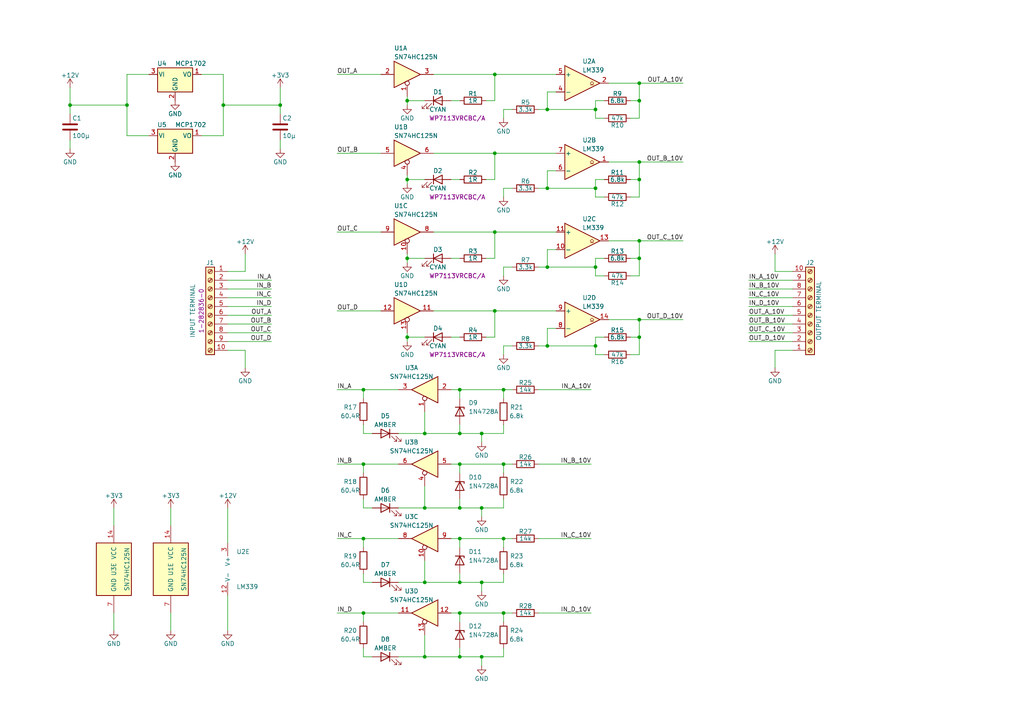
<source format=kicad_sch>
(kicad_sch (version 20211123) (generator eeschema)
  (paper "A4")
  (title_block (title "3.3V-10V Industrial Signaling Bidirectional Level Shifter") (date "June 26, 2022") (rev "A") (company "ecfedele") (comment 1 "PRELIMINARY"))
  (lib_symbols
    (symbol "74xx:74LS125" (pin_names (offset 1.016))
      (property "Reference" "U" (at 0 1.27 0))
      (property "Value" "74LS125" (at 0 -1.27 0))
      (symbol "74LS125_1_0"
        (polyline (pts (xy -3.81 3.81) (xy -3.81 -3.81) (xy 3.81 0) (xy -3.81 3.81)) (stroke (width 0.254)) (fill (type background)))
        (pin input inverted (at 0 -6.35 90) (length 4.445) (name "~") (number "1"))
        (pin input line (at -7.62 0 0) (length 3.81) (name "~") (number "2"))
        (pin tri_state line (at 7.62 0 180) (length 3.81) (name "~") (number "3"))
      )
      (symbol "74LS125_2_0"
        (polyline (pts (xy -3.81 3.81) (xy -3.81 -3.81) (xy 3.81 0) (xy -3.81 3.81)) (stroke (width 0.254)) (fill (type background)))
        (pin input inverted (at 0 -6.35 90) (length 4.445) (name "~") (number "4"))
        (pin input line (at -7.62 0 0) (length 3.81) (name "~") (number "5"))
        (pin tri_state line (at 7.62 0 180) (length 3.81) (name "~") (number "6"))
      )
      (symbol "74LS125_3_0"
        (polyline (pts (xy -3.81 3.81) (xy -3.81 -3.81) (xy 3.81 0) (xy -3.81 3.81)) (stroke (width 0.254)) (fill (type background)))
        (pin input inverted (at 0 -6.35 90) (length 4.445) (name "~") (number "10"))
        (pin tri_state line (at 7.62 0 180) (length 3.81) (name "~") (number "8"))
        (pin input line (at -7.62 0 0) (length 3.81) (name "~") (number "9"))
      )
      (symbol "74LS125_4_0"
        (polyline (pts (xy -3.81 3.81) (xy -3.81 -3.81) (xy 3.81 0) (xy -3.81 3.81)) (stroke (width 0.254)) (fill (type background)))
        (pin tri_state line (at 7.62 0 180) (length 3.81) (name "~") (number "11"))
        (pin input line (at -7.62 0 0) (length 3.81) (name "~") (number "12"))
        (pin input inverted (at 0 -6.35 90) (length 4.445) (name "~") (number "13"))
      )
      (symbol "74LS125_5_0"
        (pin power_in line (at 0 12.7 270) (length 5.08) (name "VCC") (number "14"))
        (pin power_in line (at 0 -12.7 90) (length 5.08) (name "GND") (number "7"))
      )
      (symbol "74LS125_5_1"
        (rectangle (start -5.08 7.62) (end 5.08 -7.62) (stroke (width 0.254)) (fill (type background)))
      )
    )
    (symbol "Comparator:LM339" (pin_names (offset 0.127))
      (property "Reference" "U" (at 0 5.08 0))
      (property "Value" "LM339" (at 0 -5.08 0))
      (symbol "LM339_1_1"
        (polyline (pts (xy -5.08 5.08) (xy 5.08 0) (xy -5.08 -5.08) (xy -5.08 5.08)) (stroke (width 0.254)) (fill (type background)))
        (polyline (pts (xy 3.302 -0.508) (xy 2.794 -0.508) (xy 3.302 0) (xy 2.794 0.508) (xy 2.286 0) (xy 2.794 -0.508) (xy 2.286 -0.508)) (stroke (width 0.127)))
        (pin open_collector line (at 7.62 0 180) (length 2.54) (name "~") (number "2"))
        (pin input line (at -7.62 -2.54 0) (length 2.54) (name "-") (number "4"))
        (pin input line (at -7.62 2.54 0) (length 2.54) (name "+") (number "5"))
      )
      (symbol "LM339_2_1"
        (polyline (pts (xy -5.08 5.08) (xy 5.08 0) (xy -5.08 -5.08) (xy -5.08 5.08)) (stroke (width 0.254)) (fill (type background)))
        (polyline (pts (xy 3.302 -0.508) (xy 2.794 -0.508) (xy 3.302 0) (xy 2.794 0.508) (xy 2.286 0) (xy 2.794 -0.508) (xy 2.286 -0.508)) (stroke (width 0.127)))
        (pin open_collector line (at 7.62 0 180) (length 2.54) (name "~") (number "1"))
        (pin input line (at -7.62 -2.54 0) (length 2.54) (name "-") (number "6"))
        (pin input line (at -7.62 2.54 0) (length 2.54) (name "+") (number "7"))
      )
      (symbol "LM339_3_1"
        (polyline (pts (xy -5.08 5.08) (xy 5.08 0) (xy -5.08 -5.08) (xy -5.08 5.08)) (stroke (width 0.254)) (fill (type background)))
        (polyline (pts (xy 3.302 -0.508) (xy 2.794 -0.508) (xy 3.302 0) (xy 2.794 0.508) (xy 2.286 0) (xy 2.794 -0.508) (xy 2.286 -0.508)) (stroke (width 0.127)))
        (pin input line (at -7.62 -2.54 0) (length 2.54) (name "-") (number "10"))
        (pin input line (at -7.62 2.54 0) (length 2.54) (name "+") (number "11"))
        (pin open_collector line (at 7.62 0 180) (length 2.54) (name "~") (number "13"))
      )
      (symbol "LM339_4_1"
        (polyline (pts (xy -5.08 5.08) (xy 5.08 0) (xy -5.08 -5.08) (xy -5.08 5.08)) (stroke (width 0.254)) (fill (type background)))
        (polyline (pts (xy 3.302 -0.508) (xy 2.794 -0.508) (xy 3.302 0) (xy 2.794 0.508) (xy 2.286 0) (xy 2.794 -0.508) (xy 2.286 -0.508)) (stroke (width 0.127)))
        (pin open_collector line (at 7.62 0 180) (length 2.54) (name "~") (number "14"))
        (pin input line (at -7.62 -2.54 0) (length 2.54) (name "-") (number "8"))
        (pin input line (at -7.62 2.54 0) (length 2.54) (name "+") (number "9"))
      )
      (symbol "LM339_5_1"
        (pin power_in line (at -2.54 -7.62 90) (length 3.81) (name "V-") (number "12"))
        (pin power_in line (at -2.54 7.62 270) (length 3.81) (name "V+") (number "3"))
      )
    )
    (symbol "Connector:Screw_Terminal_01x10" (pin_names (offset 1.016) hide)
      (property "Reference" "J" (at 0 12.7 0))
      (property "Value" "Screw_Terminal_01x10" (at 0 -15.24 0))
      (symbol "Screw_Terminal_01x10_1_1"
        (rectangle (start -1.27 11.43) (end 1.27 -13.97) (stroke (width 0.254)) (fill (type background)))
        (circle (center 0 -12.7) (radius 0.635) (stroke (width 0.1524)))
        (circle (center 0 -10.16) (radius 0.635) (stroke (width 0.1524)))
        (circle (center 0 -7.62) (radius 0.635) (stroke (width 0.1524)))
        (circle (center 0 -5.08) (radius 0.635) (stroke (width 0.1524)))
        (circle (center 0 -2.54) (radius 0.635) (stroke (width 0.1524)))
        (polyline (pts (xy -0.5334 -12.3698) (xy 0.3302 -13.208)) (stroke (width 0.1524)))
        (polyline (pts (xy -0.5334 -9.8298) (xy 0.3302 -10.668)) (stroke (width 0.1524)))
        (polyline (pts (xy -0.5334 -7.2898) (xy 0.3302 -8.128)) (stroke (width 0.1524)))
        (polyline (pts (xy -0.5334 -4.7498) (xy 0.3302 -5.588)) (stroke (width 0.1524)))
        (polyline (pts (xy -0.5334 -2.2098) (xy 0.3302 -3.048)) (stroke (width 0.1524)))
        (polyline (pts (xy -0.5334 0.3302) (xy 0.3302 -0.508)) (stroke (width 0.1524)))
        (polyline (pts (xy -0.5334 2.8702) (xy 0.3302 2.032)) (stroke (width 0.1524)))
        (polyline (pts (xy -0.5334 5.4102) (xy 0.3302 4.572)) (stroke (width 0.1524)))
        (polyline (pts (xy -0.5334 7.9502) (xy 0.3302 7.112)) (stroke (width 0.1524)))
        (polyline (pts (xy -0.5334 10.4902) (xy 0.3302 9.652)) (stroke (width 0.1524)))
        (polyline (pts (xy -0.3556 -12.192) (xy 0.508 -13.0302)) (stroke (width 0.1524)))
        (polyline (pts (xy -0.3556 -9.652) (xy 0.508 -10.4902)) (stroke (width 0.1524)))
        (polyline (pts (xy -0.3556 -7.112) (xy 0.508 -7.9502)) (stroke (width 0.1524)))
        (polyline (pts (xy -0.3556 -4.572) (xy 0.508 -5.4102)) (stroke (width 0.1524)))
        (polyline (pts (xy -0.3556 -2.032) (xy 0.508 -2.8702)) (stroke (width 0.1524)))
        (polyline (pts (xy -0.3556 0.508) (xy 0.508 -0.3302)) (stroke (width 0.1524)))
        (polyline (pts (xy -0.3556 3.048) (xy 0.508 2.2098)) (stroke (width 0.1524)))
        (polyline (pts (xy -0.3556 5.588) (xy 0.508 4.7498)) (stroke (width 0.1524)))
        (polyline (pts (xy -0.3556 8.128) (xy 0.508 7.2898)) (stroke (width 0.1524)))
        (polyline (pts (xy -0.3556 10.668) (xy 0.508 9.8298)) (stroke (width 0.1524)))
        (circle (center 0 0) (radius 0.635) (stroke (width 0.1524)))
        (circle (center 0 2.54) (radius 0.635) (stroke (width 0.1524)))
        (circle (center 0 5.08) (radius 0.635) (stroke (width 0.1524)))
        (circle (center 0 7.62) (radius 0.635) (stroke (width 0.1524)))
        (circle (center 0 10.16) (radius 0.635) (stroke (width 0.1524)))
        (pin passive line (at -5.08 10.16 0) (length 3.81) (name "Pin_1") (number "1"))
        (pin passive line (at -5.08 -12.7 0) (length 3.81) (name "Pin_10") (number "10"))
        (pin passive line (at -5.08 7.62 0) (length 3.81) (name "Pin_2") (number "2"))
        (pin passive line (at -5.08 5.08 0) (length 3.81) (name "Pin_3") (number "3"))
        (pin passive line (at -5.08 2.54 0) (length 3.81) (name "Pin_4") (number "4"))
        (pin passive line (at -5.08 0 0) (length 3.81) (name "Pin_5") (number "5"))
        (pin passive line (at -5.08 -2.54 0) (length 3.81) (name "Pin_6") (number "6"))
        (pin passive line (at -5.08 -5.08 0) (length 3.81) (name "Pin_7") (number "7"))
        (pin passive line (at -5.08 -7.62 0) (length 3.81) (name "Pin_8") (number "8"))
        (pin passive line (at -5.08 -10.16 0) (length 3.81) (name "Pin_9") (number "9"))
      )
    )
    (symbol "Device:C" (pin_numbers hide) (pin_names (offset 0.254))
      (property "Reference" "C" (at 0.635 2.54 0))
      (property "Value" "C" (at 0.635 -2.54 0))
      (symbol "C_0_1"
        (polyline (pts (xy -2.032 -0.762) (xy 2.032 -0.762)) (stroke (width 0.508)))
        (polyline (pts (xy -2.032 0.762) (xy 2.032 0.762)) (stroke (width 0.508)))
      )
      (symbol "C_1_1"
        (pin passive line (at 0 3.81 270) (length 2.794) (name "~") (number "1"))
        (pin passive line (at 0 -3.81 90) (length 2.794) (name "~") (number "2"))
      )
    )
    (symbol "Device:D_Zener" (pin_numbers hide) (pin_names (offset 1.016) hide)
      (property "Reference" "D" (at 0 2.54 0))
      (property "Value" "D_Zener" (at 0 -2.54 0))
      (symbol "D_Zener_0_1"
        (polyline (pts (xy 1.27 0) (xy -1.27 0)))
        (polyline (pts (xy -1.27 -1.27) (xy -1.27 1.27) (xy -0.762 1.27)) (stroke (width 0.254)))
        (polyline (pts (xy 1.27 -1.27) (xy 1.27 1.27) (xy -1.27 0) (xy 1.27 -1.27)) (stroke (width 0.254)))
      )
      (symbol "D_Zener_1_1"
        (pin passive line (at -3.81 0 0) (length 2.54) (name "K") (number "1"))
        (pin passive line (at 3.81 0 180) (length 2.54) (name "A") (number "2"))
      )
    )
    (symbol "Device:LED" (pin_numbers hide) (pin_names (offset 1.016) hide)
      (property "Reference" "D" (at 0 2.54 0))
      (property "Value" "LED" (at 0 -2.54 0))
      (symbol "LED_0_1"
        (polyline (pts (xy -1.27 -1.27) (xy -1.27 1.27)) (stroke (width 0.254)))
        (polyline (pts (xy -1.27 0) (xy 1.27 0)))
        (polyline (pts (xy 1.27 -1.27) (xy 1.27 1.27) (xy -1.27 0) (xy 1.27 -1.27)) (stroke (width 0.254)))
        (polyline (pts (xy -3.048 -0.762) (xy -4.572 -2.286) (xy -3.81 -2.286) (xy -4.572 -2.286) (xy -4.572 -1.524)))
        (polyline (pts (xy -1.778 -0.762) (xy -3.302 -2.286) (xy -2.54 -2.286) (xy -3.302 -2.286) (xy -3.302 -1.524)))
      )
      (symbol "LED_1_1"
        (pin passive line (at -3.81 0 0) (length 2.54) (name "K") (number "1"))
        (pin passive line (at 3.81 0 180) (length 2.54) (name "A") (number "2"))
      )
    )
    (symbol "Device:R" (pin_numbers hide) (pin_names (offset 0))
      (property "Reference" "R" (at 2.032 0 90))
      (property "Value" "R" (at 0 0 90))
      (symbol "R_0_1"
        (rectangle (start -1.016 -2.54) (end 1.016 2.54) (stroke (width 0.254)))
      )
      (symbol "R_1_1"
        (pin passive line (at 0 3.81 270) (length 1.27) (name "~") (number "1"))
        (pin passive line (at 0 -3.81 90) (length 1.27) (name "~") (number "2"))
      )
    )
    (symbol "Regulator_Linear:L78L33_TO92" (pin_names (offset 0.254))
      (property "Reference" "U" (at -3.81 3.175 0))
      (property "Value" "L78L33_TO92" (at 0 3.175 0))
      (symbol "L78L33_TO92_0_1"
        (rectangle (start -5.08 -5.08) (end 5.08 1.905) (stroke (width 0.254)) (fill (type background)))
      )
      (symbol "L78L33_TO92_1_1"
        (pin power_out line (at 7.62 0 180) (length 2.54) (name "VO") (number "1"))
        (pin power_in line (at 0 -7.62 90) (length 2.54) (name "GND") (number "2"))
        (pin power_in line (at -7.62 0 0) (length 2.54) (name "VI") (number "3"))
      )
    )
    (symbol "power:+12V" (power) (pin_names (offset 0))
      (property "Value" "+12V" (at 0 3.556 0))
      (symbol "+12V_0_1"
        (polyline (pts (xy -0.762 1.27) (xy 0 2.54)))
        (polyline (pts (xy 0 0) (xy 0 2.54)))
        (polyline (pts (xy 0 2.54) (xy 0.762 1.27)))
      )
      (symbol "+12V_1_1"
        (pin power_in line (at 0 0 90) (length 0) hide (name "+12V") (number "1"))
      )
    )
    (symbol "power:+3.3V" (power) (pin_names (offset 0))
      (property "Value" "+3.3V" (at 0 3.556 0))
      (symbol "+3.3V_0_1"
        (polyline (pts (xy -0.762 1.27) (xy 0 2.54)))
        (polyline (pts (xy 0 0) (xy 0 2.54)))
        (polyline (pts (xy 0 2.54) (xy 0.762 1.27)))
      )
      (symbol "+3.3V_1_1"
        (pin power_in line (at 0 0 90) (length 0) hide (name "+3V3") (number "1"))
      )
    )
    (symbol "power:GND" (power) (pin_names (offset 0))
      (property "Value" "GND" (at 0 -3.81 0))
      (symbol "GND_0_1"
        (polyline (pts (xy 0 0) (xy 0 -1.27) (xy 1.27 -1.27) (xy 0 -2.54) (xy -1.27 -1.27) (xy 0 -1.27)))
      )
      (symbol "GND_1_1"
        (pin power_in line (at 0 0 270) (length 0) hide (name "GND") (number "1"))
      )
    )
  )
  (junction (at 133.35 113.03))
  (junction (at 118.11 97.79))
  (junction (at 185.42 97.79))
  (junction (at 105.41 156.21))
  (junction (at 118.11 29.21))
  (junction (at 36.83 30.48))
  (junction (at 185.42 29.21))
  (junction (at 139.7 190.5))
  (junction (at 64.77 30.48))
  (junction (at 133.35 125.73))
  (junction (at 133.35 156.21))
  (junction (at 118.11 52.07))
  (junction (at 133.35 168.91))
  (junction (at 158.75 100.33))
  (junction (at 105.41 177.8))
  (junction (at 146.05 113.03))
  (junction (at 146.05 156.21))
  (junction (at 158.75 31.75))
  (junction (at 185.42 52.07))
  (junction (at 143.51 44.45))
  (junction (at 133.35 147.32))
  (junction (at 185.42 24.13))
  (junction (at 139.7 125.73))
  (junction (at 172.72 31.75))
  (junction (at 105.41 113.03))
  (junction (at 133.35 177.8))
  (junction (at 172.72 77.47))
  (junction (at 20.32 30.48))
  (junction (at 185.42 92.71))
  (junction (at 146.05 134.62))
  (junction (at 123.19 190.5))
  (junction (at 105.41 134.62))
  (junction (at 123.19 147.32))
  (junction (at 123.19 168.91))
  (junction (at 158.75 77.47))
  (junction (at 172.72 100.33))
  (junction (at 143.51 90.17))
  (junction (at 81.28 30.48))
  (junction (at 139.7 168.91))
  (junction (at 185.42 46.99))
  (junction (at 185.42 74.93))
  (junction (at 185.42 69.85))
  (junction (at 133.35 134.62))
  (junction (at 172.72 54.61))
  (junction (at 143.51 67.31))
  (junction (at 123.19 125.73))
  (junction (at 143.51 21.59))
  (junction (at 158.75 54.61))
  (junction (at 118.11 74.93))
  (junction (at 146.05 177.8))
  (junction (at 139.7 147.32))
  (junction (at 133.35 190.5))
  (wire (pts (xy 146.05 190.5) (xy 146.05 187.96)))
  (wire (pts (xy 36.83 21.59) (xy 36.83 30.48)))
  (wire (pts (xy 118.11 27.94) (xy 118.11 29.21)))
  (wire (pts (xy 158.75 72.39) (xy 158.75 77.47)))
  (wire (pts (xy 123.19 168.91) (xy 133.35 168.91)))
  (wire (pts (xy 105.41 147.32) (xy 107.95 147.32)))
  (wire (pts (xy 158.75 100.33) (xy 172.72 100.33)))
  (wire (pts (xy 175.26 97.79) (xy 172.72 97.79)))
  (wire (pts (xy 123.19 125.73) (xy 133.35 125.73)))
  (wire (pts (xy 172.72 97.79) (xy 172.72 100.33)))
  (wire (pts (xy 143.51 74.93) (xy 140.97 74.93)))
  (wire (pts (xy 217.17 91.44) (xy 229.87 91.44)))
  (wire (pts (xy 182.88 34.29) (xy 185.42 34.29)))
  (wire (pts (xy 43.18 21.59) (xy 36.83 21.59)))
  (wire (pts (xy 156.21 113.03) (xy 171.45 113.03)))
  (wire (pts (xy 118.11 29.21) (xy 123.19 29.21)))
  (wire (pts (xy 143.51 90.17) (xy 161.29 90.17)))
  (wire (pts (xy 161.29 49.53) (xy 158.75 49.53)))
  (wire (pts (xy 139.7 125.73) (xy 139.7 128.27)))
  (wire (pts (xy 125.73 90.17) (xy 143.51 90.17)))
  (wire (pts (xy 185.42 29.21) (xy 185.42 34.29)))
  (wire (pts (xy 185.42 52.07) (xy 185.42 57.15)))
  (wire (pts (xy 146.05 147.32) (xy 146.05 144.78)))
  (wire (pts (xy 156.21 156.21) (xy 171.45 156.21)))
  (wire (pts (xy 217.17 96.52) (xy 229.87 96.52)))
  (wire (pts (xy 105.41 166.37) (xy 105.41 168.91)))
  (wire (pts (xy 182.88 80.01) (xy 185.42 80.01)))
  (wire (pts (xy 66.04 83.82) (xy 78.74 83.82)))
  (wire (pts (xy 148.59 156.21) (xy 146.05 156.21)))
  (wire (pts (xy 185.42 69.85) (xy 198.12 69.85)))
  (wire (pts (xy 176.53 69.85) (xy 185.42 69.85)))
  (wire (pts (xy 115.57 125.73) (xy 123.19 125.73)))
  (wire (pts (xy 172.72 100.33) (xy 172.72 102.87)))
  (wire (pts (xy 133.35 177.8) (xy 133.35 180.34)))
  (wire (pts (xy 156.21 54.61) (xy 158.75 54.61)))
  (wire (pts (xy 133.35 134.62) (xy 146.05 134.62)))
  (wire (pts (xy 105.41 113.03) (xy 105.41 115.57)))
  (wire (pts (xy 105.41 187.96) (xy 105.41 190.5)))
  (wire (pts (xy 118.11 52.07) (xy 123.19 52.07)))
  (wire (pts (xy 20.32 30.48) (xy 36.83 30.48)))
  (wire (pts (xy 146.05 54.61) (xy 148.59 54.61)))
  (wire (pts (xy 130.81 52.07) (xy 133.35 52.07)))
  (wire (pts (xy 139.7 125.73) (xy 146.05 125.73)))
  (wire (pts (xy 158.75 31.75) (xy 172.72 31.75)))
  (wire (pts (xy 115.57 168.91) (xy 123.19 168.91)))
  (wire (pts (xy 182.88 57.15) (xy 185.42 57.15)))
  (wire (pts (xy 118.11 97.79) (xy 123.19 97.79)))
  (wire (pts (xy 139.7 147.32) (xy 146.05 147.32)))
  (wire (pts (xy 143.51 44.45) (xy 161.29 44.45)))
  (wire (pts (xy 105.41 177.8) (xy 115.57 177.8)))
  (wire (pts (xy 217.17 81.28) (xy 229.87 81.28)))
  (wire (pts (xy 71.12 101.6) (xy 71.12 106.68)))
  (wire (pts (xy 224.79 106.68) (xy 224.79 101.6)))
  (wire (pts (xy 156.21 134.62) (xy 171.45 134.62)))
  (wire (pts (xy 130.81 177.8) (xy 133.35 177.8)))
  (wire (pts (xy 130.81 29.21) (xy 133.35 29.21)))
  (wire (pts (xy 105.41 134.62) (xy 115.57 134.62)))
  (wire (pts (xy 133.35 113.03) (xy 146.05 113.03)))
  (wire (pts (xy 118.11 74.93) (xy 118.11 76.2)))
  (wire (pts (xy 105.41 156.21) (xy 115.57 156.21)))
  (wire (pts (xy 123.19 184.15) (xy 123.19 190.5)))
  (wire (pts (xy 105.41 190.5) (xy 107.95 190.5)))
  (wire (pts (xy 139.7 168.91) (xy 146.05 168.91)))
  (wire (pts (xy 105.41 177.8) (xy 105.41 180.34)))
  (wire (pts (xy 146.05 77.47) (xy 148.59 77.47)))
  (wire (pts (xy 133.35 134.62) (xy 133.35 137.16)))
  (wire (pts (xy 185.42 92.71) (xy 185.42 97.79)))
  (wire (pts (xy 58.42 39.37) (xy 64.77 39.37)))
  (wire (pts (xy 97.79 113.03) (xy 105.41 113.03)))
  (wire (pts (xy 217.17 88.9) (xy 229.87 88.9)))
  (wire (pts (xy 97.79 134.62) (xy 105.41 134.62)))
  (wire (pts (xy 217.17 86.36) (xy 229.87 86.36)))
  (wire (pts (xy 133.35 168.91) (xy 139.7 168.91)))
  (wire (pts (xy 156.21 100.33) (xy 158.75 100.33)))
  (wire (pts (xy 182.88 52.07) (xy 185.42 52.07)))
  (wire (pts (xy 172.72 80.01) (xy 175.26 80.01)))
  (wire (pts (xy 130.81 113.03) (xy 133.35 113.03)))
  (wire (pts (xy 33.02 177.8) (xy 33.02 182.88)))
  (wire (pts (xy 172.72 52.07) (xy 172.72 54.61)))
  (wire (pts (xy 133.35 156.21) (xy 133.35 158.75)))
  (wire (pts (xy 64.77 30.48) (xy 64.77 39.37)))
  (wire (pts (xy 172.72 74.93) (xy 172.72 77.47)))
  (wire (pts (xy 161.29 72.39) (xy 158.75 72.39)))
  (wire (pts (xy 133.35 144.78) (xy 133.35 147.32)))
  (wire (pts (xy 66.04 86.36) (xy 78.74 86.36)))
  (wire (pts (xy 217.17 83.82) (xy 229.87 83.82)))
  (wire (pts (xy 185.42 24.13) (xy 198.12 24.13)))
  (wire (pts (xy 139.7 147.32) (xy 139.7 149.86)))
  (wire (pts (xy 133.35 190.5) (xy 139.7 190.5)))
  (wire (pts (xy 133.35 177.8) (xy 146.05 177.8)))
  (wire (pts (xy 20.32 25.4) (xy 20.32 30.48)))
  (wire (pts (xy 118.11 52.07) (xy 118.11 53.34)))
  (wire (pts (xy 130.81 134.62) (xy 133.35 134.62)))
  (wire (pts (xy 105.41 113.03) (xy 115.57 113.03)))
  (wire (pts (xy 139.7 168.91) (xy 139.7 171.45)))
  (wire (pts (xy 143.51 67.31) (xy 161.29 67.31)))
  (wire (pts (xy 182.88 74.93) (xy 185.42 74.93)))
  (wire (pts (xy 66.04 81.28) (xy 78.74 81.28)))
  (wire (pts (xy 66.04 91.44) (xy 78.74 91.44)))
  (wire (pts (xy 143.51 29.21) (xy 140.97 29.21)))
  (wire (pts (xy 146.05 57.15) (xy 146.05 54.61)))
  (wire (pts (xy 158.75 95.25) (xy 158.75 100.33)))
  (wire (pts (xy 49.53 177.8) (xy 49.53 182.88)))
  (wire (pts (xy 133.35 187.96) (xy 133.35 190.5)))
  (wire (pts (xy 123.19 140.97) (xy 123.19 147.32)))
  (wire (pts (xy 175.26 52.07) (xy 172.72 52.07)))
  (wire (pts (xy 156.21 177.8) (xy 171.45 177.8)))
  (wire (pts (xy 118.11 74.93) (xy 123.19 74.93)))
  (wire (pts (xy 81.28 25.4) (xy 81.28 30.48)))
  (wire (pts (xy 172.72 54.61) (xy 172.72 57.15)))
  (wire (pts (xy 115.57 190.5) (xy 123.19 190.5)))
  (wire (pts (xy 105.41 156.21) (xy 105.41 158.75)))
  (wire (pts (xy 64.77 21.59) (xy 64.77 30.48)))
  (wire (pts (xy 172.72 102.87) (xy 175.26 102.87)))
  (wire (pts (xy 185.42 24.13) (xy 185.42 29.21)))
  (wire (pts (xy 143.51 52.07) (xy 140.97 52.07)))
  (wire (pts (xy 182.88 102.87) (xy 185.42 102.87)))
  (wire (pts (xy 176.53 92.71) (xy 185.42 92.71)))
  (wire (pts (xy 185.42 46.99) (xy 185.42 52.07)))
  (wire (pts (xy 156.21 77.47) (xy 158.75 77.47)))
  (wire (pts (xy 130.81 156.21) (xy 133.35 156.21)))
  (wire (pts (xy 97.79 67.31) (xy 110.49 67.31)))
  (wire (pts (xy 185.42 92.71) (xy 198.12 92.71)))
  (wire (pts (xy 81.28 30.48) (xy 81.28 33.02)))
  (wire (pts (xy 97.79 177.8) (xy 105.41 177.8)))
  (wire (pts (xy 36.83 30.48) (xy 36.83 39.37)))
  (wire (pts (xy 123.19 147.32) (xy 133.35 147.32)))
  (wire (pts (xy 66.04 101.6) (xy 71.12 101.6)))
  (wire (pts (xy 143.51 21.59) (xy 143.51 29.21)))
  (wire (pts (xy 66.04 93.98) (xy 78.74 93.98)))
  (wire (pts (xy 143.51 67.31) (xy 143.51 74.93)))
  (wire (pts (xy 139.7 190.5) (xy 146.05 190.5)))
  (wire (pts (xy 123.19 119.38) (xy 123.19 125.73)))
  (wire (pts (xy 224.79 78.74) (xy 224.79 73.66)))
  (wire (pts (xy 217.17 99.06) (xy 229.87 99.06)))
  (wire (pts (xy 161.29 26.67) (xy 158.75 26.67)))
  (wire (pts (xy 125.73 44.45) (xy 143.51 44.45)))
  (wire (pts (xy 146.05 31.75) (xy 148.59 31.75)))
  (wire (pts (xy 133.35 166.37) (xy 133.35 168.91)))
  (wire (pts (xy 146.05 177.8) (xy 146.05 180.34)))
  (wire (pts (xy 161.29 95.25) (xy 158.75 95.25)))
  (wire (pts (xy 105.41 134.62) (xy 105.41 137.16)))
  (wire (pts (xy 133.35 123.19) (xy 133.35 125.73)))
  (wire (pts (xy 33.02 147.32) (xy 33.02 152.4)))
  (wire (pts (xy 105.41 144.78) (xy 105.41 147.32)))
  (wire (pts (xy 172.72 31.75) (xy 172.72 34.29)))
  (wire (pts (xy 146.05 113.03) (xy 146.05 115.57)))
  (wire (pts (xy 146.05 34.29) (xy 146.05 31.75)))
  (wire (pts (xy 71.12 73.66) (xy 71.12 78.74)))
  (wire (pts (xy 36.83 39.37) (xy 43.18 39.37)))
  (wire (pts (xy 175.26 29.21) (xy 172.72 29.21)))
  (wire (pts (xy 105.41 123.19) (xy 105.41 125.73)))
  (wire (pts (xy 66.04 172.72) (xy 66.04 182.88)))
  (wire (pts (xy 49.53 147.32) (xy 49.53 152.4)))
  (wire (pts (xy 118.11 50.8) (xy 118.11 52.07)))
  (wire (pts (xy 105.41 168.91) (xy 107.95 168.91)))
  (wire (pts (xy 182.88 29.21) (xy 185.42 29.21)))
  (wire (pts (xy 125.73 21.59) (xy 143.51 21.59)))
  (wire (pts (xy 158.75 26.67) (xy 158.75 31.75)))
  (wire (pts (xy 64.77 30.48) (xy 81.28 30.48)))
  (wire (pts (xy 148.59 177.8) (xy 146.05 177.8)))
  (wire (pts (xy 143.51 21.59) (xy 161.29 21.59)))
  (wire (pts (xy 118.11 73.66) (xy 118.11 74.93)))
  (wire (pts (xy 175.26 74.93) (xy 172.72 74.93)))
  (wire (pts (xy 146.05 80.01) (xy 146.05 77.47)))
  (wire (pts (xy 118.11 96.52) (xy 118.11 97.79)))
  (wire (pts (xy 123.19 190.5) (xy 133.35 190.5)))
  (wire (pts (xy 172.72 29.21) (xy 172.72 31.75)))
  (wire (pts (xy 176.53 46.99) (xy 185.42 46.99)))
  (wire (pts (xy 81.28 40.64) (xy 81.28 43.18)))
  (wire (pts (xy 105.41 125.73) (xy 107.95 125.73)))
  (wire (pts (xy 156.21 31.75) (xy 158.75 31.75)))
  (wire (pts (xy 97.79 156.21) (xy 105.41 156.21)))
  (wire (pts (xy 146.05 125.73) (xy 146.05 123.19)))
  (wire (pts (xy 133.35 113.03) (xy 133.35 115.57)))
  (wire (pts (xy 125.73 67.31) (xy 143.51 67.31)))
  (wire (pts (xy 158.75 54.61) (xy 172.72 54.61)))
  (wire (pts (xy 172.72 34.29) (xy 175.26 34.29)))
  (wire (pts (xy 139.7 190.5) (xy 139.7 193.04)))
  (wire (pts (xy 97.79 44.45) (xy 110.49 44.45)))
  (wire (pts (xy 66.04 147.32) (xy 66.04 157.48)))
  (wire (pts (xy 146.05 102.87) (xy 146.05 100.33)))
  (wire (pts (xy 130.81 74.93) (xy 133.35 74.93)))
  (wire (pts (xy 146.05 168.91) (xy 146.05 166.37)))
  (wire (pts (xy 217.17 93.98) (xy 229.87 93.98)))
  (wire (pts (xy 172.72 57.15) (xy 175.26 57.15)))
  (wire (pts (xy 158.75 49.53) (xy 158.75 54.61)))
  (wire (pts (xy 185.42 97.79) (xy 185.42 102.87)))
  (wire (pts (xy 97.79 21.59) (xy 110.49 21.59)))
  (wire (pts (xy 224.79 101.6) (xy 229.87 101.6)))
  (wire (pts (xy 58.42 21.59) (xy 64.77 21.59)))
  (wire (pts (xy 118.11 97.79) (xy 118.11 99.06)))
  (wire (pts (xy 20.32 30.48) (xy 20.32 33.02)))
  (wire (pts (xy 143.51 44.45) (xy 143.51 52.07)))
  (wire (pts (xy 71.12 78.74) (xy 66.04 78.74)))
  (wire (pts (xy 130.81 97.79) (xy 133.35 97.79)))
  (wire (pts (xy 172.72 77.47) (xy 172.72 80.01)))
  (wire (pts (xy 146.05 100.33) (xy 148.59 100.33)))
  (wire (pts (xy 143.51 90.17) (xy 143.51 97.79)))
  (wire (pts (xy 118.11 29.21) (xy 118.11 30.48)))
  (wire (pts (xy 185.42 74.93) (xy 185.42 80.01)))
  (wire (pts (xy 143.51 97.79) (xy 140.97 97.79)))
  (wire (pts (xy 182.88 97.79) (xy 185.42 97.79)))
  (wire (pts (xy 133.35 147.32) (xy 139.7 147.32)))
  (wire (pts (xy 229.87 78.74) (xy 224.79 78.74)))
  (wire (pts (xy 146.05 134.62) (xy 146.05 137.16)))
  (wire (pts (xy 133.35 156.21) (xy 146.05 156.21)))
  (wire (pts (xy 66.04 88.9) (xy 78.74 88.9)))
  (wire (pts (xy 146.05 156.21) (xy 146.05 158.75)))
  (wire (pts (xy 185.42 69.85) (xy 185.42 74.93)))
  (wire (pts (xy 148.59 134.62) (xy 146.05 134.62)))
  (wire (pts (xy 20.32 40.64) (xy 20.32 43.18)))
  (wire (pts (xy 115.57 147.32) (xy 123.19 147.32)))
  (wire (pts (xy 185.42 46.99) (xy 198.12 46.99)))
  (wire (pts (xy 66.04 99.06) (xy 78.74 99.06)))
  (wire (pts (xy 133.35 125.73) (xy 139.7 125.73)))
  (wire (pts (xy 97.79 90.17) (xy 110.49 90.17)))
  (wire (pts (xy 123.19 162.56) (xy 123.19 168.91)))
  (wire (pts (xy 148.59 113.03) (xy 146.05 113.03)))
  (wire (pts (xy 158.75 77.47) (xy 172.72 77.47)))
  (wire (pts (xy 66.04 96.52) (xy 78.74 96.52)))
  (wire (pts (xy 176.53 24.13) (xy 185.42 24.13)))
  (label "IN_B_10V" (at 171.45 134.62 180))
  (label "IN_C" (at 97.79 156.21 0))
  (label "OUT_D_10V" (at 198.12 92.71 180))
  (label "IN_D_10V" (at 217.17 88.9 0))
  (label "IN_D" (at 97.79 177.8 0))
  (label "OUT_A_10V" (at 217.17 91.44 0))
  (label "IN_B" (at 78.74 83.82 180))
  (label "IN_A_10V" (at 171.45 113.03 180))
  (label "IN_B" (at 97.79 134.62 0))
  (label "OUT_A_10V" (at 198.12 24.13 180))
  (label "OUT_C" (at 78.74 96.52 180))
  (label "IN_C_10V" (at 171.45 156.21 180))
  (label "OUT_B_10V" (at 217.17 93.98 0))
  (label "IN_A_10V" (at 217.17 81.28 0))
  (label "OUT_B_10V" (at 198.12 46.99 180))
  (label "OUT_B" (at 78.74 93.98 180))
  (label "IN_B_10V" (at 217.17 83.82 0))
  (label "OUT_D" (at 78.74 99.06 180))
  (label "OUT_C" (at 97.79 67.31 0))
  (label "OUT_D_10V" (at 217.17 99.06 0))
  (label "OUT_C_10V" (at 198.12 69.85 180))
  (label "IN_A" (at 97.79 113.03 0))
  (label "OUT_D" (at 97.79 90.17 0))
  (label "OUT_B" (at 97.79 44.45 0))
  (label "IN_A" (at 78.74 81.28 180))
  (label "IN_C_10V" (at 217.17 86.36 0))
  (label "OUT_A" (at 97.79 21.59 0))
  (label "IN_C" (at 78.74 86.36 180))
  (label "IN_D" (at 78.74 88.9 180))
  (label "OUT_C_10V" (at 217.17 96.52 0))
  (label "IN_D_10V" (at 171.45 177.8 180))
  (label "OUT_A" (at 78.74 91.44 180))
  (symbol (lib_id "Device:R") (at 137.16 74.93 90) (unit 1)
    (property "Reference" "R3" (at 137.16 72.898 90))
    (property "Value" "1R" (at 137.16 74.93 90))
    (property "Footprint" "Resistor_THT:R_Axial_DIN0207_L6.3mm_D2.5mm_P7.62mm_Horizontal" (effects hide))
    (property "Part" "MF1/4DC1R00F " (effects hide))
  )
  (symbol (lib_id "Regulator_Linear:L78L33_TO92") (at 50.8 39.37 0) (unit 1)
    (property "Reference" "U5" (at 46.99 36.195 0))
    (property "Value" "MCP1702" (at 50.8 36.195 0) (effects (justify left)))
    (property "Footprint" "Package_TO_SOT_THT:TO-92_Inline" (effects hide))
    (property "Datasheet" "http://www.st.com/content/ccc/resource/technical/document/datasheet/15/55/e5/aa/23/5b/43/fd/CD00000446.pdf/files/CD00000446.pdf/jcr:content/translations/en.CD00000446.pdf" (effects hide))
    (property "Part" "MCP1702-3302E/TO" (effects hide))
  )
  (symbol (lib_id "Comparator:LM339") (at 168.91 69.85 0) (unit 3)
    (property "Reference" "U2" (at 168.91 63.5 0) (effects (justify left)))
    (property "Value" "LM339" (at 168.91 66.04 0) (effects (justify left)))
    (property "Footprint" "Package_DIP:DIP-14_W7.62mm" (effects hide))
    (property "Datasheet" "https://www.st.com/resource/en/datasheet/lm139.pdf" (effects hide))
    (property "Part" "LM339AN/NOPB" (effects hide))
  )
  (symbol (lib_id "74xx:74LS125") (at 123.19 134.62 0) (mirror y) (unit 2)
    (property "Reference" "U3" (at 119.38 128.27 0))
    (property "Value" "SN74HC125N" (at 119.38 130.81 0))
    (property "Footprint" "Package_DIP:DIP-14_W7.62mm" (effects hide))
    (property "Datasheet" "http://www.ti.com/lit/gpn/sn74LS125" (effects hide))
    (property "Part" "SN74HC125N" (effects hide))
  )
  (symbol (lib_id "Device:R") (at 152.4 156.21 90) (unit 1)
    (property "Reference" "R27" (at 152.4 154.178 90))
    (property "Value" "14k" (at 152.4 156.21 90))
    (property "Footprint" "Resistor_THT:R_Axial_DIN0207_L6.3mm_D2.5mm_P7.62mm_Horizontal" (effects hide))
    (property "Part" "MF1/4CC1402F" (effects hide))
  )
  (symbol (lib_id "Device:LED") (at 127 29.21 0) (unit 1)
    (property "Reference" "D1" (at 127 26.67 0))
    (property "Value" "CYAN" (at 127 31.75 0))
    (property "Footprint" "LED_THT:LED_D5.0mm" (effects hide))
    (property "Part" "WP7113VRCBC/A" (at 124.46 34.29 0) (effects (justify left)))
  )
  (symbol (lib_id "Device:R") (at 105.41 119.38 180) (unit 1)
    (property "Reference" "R17" (at 101.6 118.11 0))
    (property "Value" "60.4R" (at 101.6 120.65 0))
    (property "Footprint" "Resistor_THT:R_Axial_DIN0207_L6.3mm_D2.5mm_P7.62mm_Horizontal" (effects hide))
    (property "Part" "MF1/4DC60R4F" (effects hide))
  )
  (symbol (lib_id "Device:D_Zener") (at 133.35 119.38 270) (unit 1)
    (property "Reference" "D9" (at 135.89 116.84 90) (effects (justify left)))
    (property "Value" "1N4728A" (at 135.89 119.38 90) (effects (justify left)))
    (property "Footprint" "Diode_THT:D_DO-41_SOD81_P7.62mm_Horizontal" (effects hide))
    (property "Part" "1N4728A" (effects hide))
  )
  (symbol (lib_id "power:GND") (at 146.05 80.01 0) (unit 1)
    (property "Reference" "#PWR09" (effects hide))
    (property "Value" "GND" (at 146.05 83.82 0))
  )
  (symbol (lib_id "Device:R") (at 179.07 29.21 90) (unit 1)
    (property "Reference" "R9" (at 179.07 27.178 90))
    (property "Value" "6.8k" (at 179.07 29.21 90))
    (property "Footprint" "Resistor_THT:R_Axial_DIN0207_L6.3mm_D2.5mm_P7.62mm_Horizontal" (effects hide))
    (property "Part" "MF1/4DC6801F" (effects hide))
  )
  (symbol (lib_id "74xx:74LS125") (at 118.11 67.31 0) (unit 3)
    (property "Reference" "U1" (at 114.3 59.69 0) (effects (justify left)))
    (property "Value" "SN74HC125N" (at 114.3 62.23 0) (effects (justify left)))
    (property "Footprint" "Package_DIP:DIP-14_W7.62mm" (effects hide))
    (property "Datasheet" "http://www.ti.com/lit/gpn/sn74LS125" (effects hide))
    (property "Part" "SN74HC125N" (effects hide))
  )
  (symbol (lib_id "power:+3.3V") (at 33.02 147.32 0) (unit 1)
    (property "Reference" "#PWR011" (effects hide))
    (property "Value" "+3.3V" (at 33.02 143.764 0))
  )
  (symbol (lib_id "Device:LED") (at 127 74.93 0) (unit 1)
    (property "Reference" "D3" (at 127 72.39 0))
    (property "Value" "CYAN" (at 127 77.47 0))
    (property "Footprint" "LED_THT:LED_D5.0mm" (effects hide))
    (property "Part" "WP7113VRCBC/A" (at 124.46 80.01 0) (effects (justify left)))
  )
  (symbol (lib_id "Device:R") (at 179.07 74.93 90) (unit 1)
    (property "Reference" "R13" (at 179.07 72.898 90))
    (property "Value" "6.8k" (at 179.07 74.93 90))
    (property "Footprint" "Resistor_THT:R_Axial_DIN0207_L6.3mm_D2.5mm_P7.62mm_Horizontal" (effects hide))
    (property "Part" "MF1/4DC6801F" (effects hide))
  )
  (symbol (lib_id "power:GND") (at 118.11 76.2 0) (unit 1)
    (property "Reference" "#PWR05" (effects hide))
    (property "Value" "GND" (at 118.11 80.01 0))
  )
  (symbol (lib_id "power:GND") (at 118.11 30.48 0) (unit 1)
    (property "Reference" "#PWR03" (effects hide))
    (property "Value" "GND" (at 118.11 34.29 0))
  )
  (symbol (lib_id "power:+12V") (at 224.79 73.66 0) (unit 1)
    (property "Reference" "#PWR021" (effects hide))
    (property "Value" "+12V" (at 224.79 70.104 0))
  )
  (symbol (lib_id "Device:R") (at 105.41 162.56 180) (unit 1)
    (property "Reference" "R19" (at 101.6 161.29 0))
    (property "Value" "60.4R" (at 101.6 163.83 0))
    (property "Footprint" "Resistor_THT:R_Axial_DIN0207_L6.3mm_D2.5mm_P7.62mm_Horizontal" (effects hide))
    (property "Part" "MF1/4DC60R4F" (effects hide))
  )
  (symbol (lib_id "power:GND") (at 139.7 149.86 0) (unit 1)
    (property "Reference" "#PWR018" (effects hide))
    (property "Value" "GND" (at 139.7 153.67 0))
  )
  (symbol (lib_id "Device:R") (at 179.07 52.07 90) (unit 1)
    (property "Reference" "R11" (at 179.07 50.038 90))
    (property "Value" "6.8k" (at 179.07 52.07 90))
    (property "Footprint" "Resistor_THT:R_Axial_DIN0207_L6.3mm_D2.5mm_P7.62mm_Horizontal" (effects hide))
    (property "Part" "MF1/4DC6801F" (effects hide))
  )
  (symbol (lib_id "Comparator:LM339") (at 68.58 165.1 0) (unit 5)
    (property "Reference" "U2" (at 68.58 160.02 0) (effects (justify left)))
    (property "Value" "LM339" (at 68.58 170.18 0) (effects (justify left)))
    (property "Footprint" "Package_DIP:DIP-14_W7.62mm" (effects hide))
    (property "Datasheet" "https://www.st.com/resource/en/datasheet/lm139.pdf" (effects hide))
    (property "Part" "LM339AN/NOPB" (effects hide))
  )
  (symbol (lib_id "Device:D_Zener") (at 133.35 184.15 270) (unit 1)
    (property "Reference" "D12" (at 135.89 181.61 90) (effects (justify left)))
    (property "Value" "1N4728A" (at 135.89 184.15 90) (effects (justify left)))
    (property "Footprint" "Diode_THT:D_DO-41_SOD81_P7.62mm_Horizontal" (effects hide))
    (property "Part" "1N4728A" (effects hide))
  )
  (symbol (lib_id "Device:R") (at 152.4 177.8 90) (unit 1)
    (property "Reference" "R28" (at 152.4 175.768 90))
    (property "Value" "14k" (at 152.4 177.8 90))
    (property "Footprint" "Resistor_THT:R_Axial_DIN0207_L6.3mm_D2.5mm_P7.62mm_Horizontal" (effects hide))
    (property "Part" "MF1/4CC1402F" (effects hide))
  )
  (symbol (lib_id "power:GND") (at 50.8 29.21 0) (unit 1)
    (property "Reference" "#PWR024" (effects hide))
    (property "Value" "GND" (at 50.8 33.02 0))
  )
  (symbol (lib_id "Device:LED") (at 111.76 168.91 0) (mirror y) (unit 1)
    (property "Reference" "D7" (at 111.76 163.83 0))
    (property "Value" "AMBER" (at 111.76 166.37 0))
    (property "Footprint" "LED_THT:LED_D5.0mm" (effects hide))
    (property "Part" "C503B-AAN-CY0B0251" (effects hide))
  )
  (symbol (lib_id "power:GND") (at 50.8 46.99 0) (unit 1)
    (property "Reference" "#PWR025" (effects hide))
    (property "Value" "GND" (at 50.8 50.8 0))
  )
  (symbol (lib_id "power:+3.3V") (at 81.28 25.4 0) (unit 1)
    (property "Reference" "#PWR026" (effects hide))
    (property "Value" "+3.3V" (at 81.28 21.844 0))
  )
  (symbol (lib_id "power:GND") (at 139.7 193.04 0) (unit 1)
    (property "Reference" "#PWR020" (effects hide))
    (property "Value" "GND" (at 139.7 196.85 0))
  )
  (symbol (lib_id "Device:R") (at 137.16 52.07 90) (unit 1)
    (property "Reference" "R2" (at 137.16 50.038 90))
    (property "Value" "1R" (at 137.16 52.07 90))
    (property "Footprint" "Resistor_THT:R_Axial_DIN0207_L6.3mm_D2.5mm_P7.62mm_Horizontal" (effects hide))
    (property "Part" "MF1/4DC1R00F " (effects hide))
  )
  (symbol (lib_id "power:GND") (at 139.7 171.45 0) (unit 1)
    (property "Reference" "#PWR019" (effects hide))
    (property "Value" "GND" (at 139.7 175.26 0))
  )
  (symbol (lib_id "Device:R") (at 179.07 102.87 270) (unit 1)
    (property "Reference" "R16" (at 179.07 104.902 90))
    (property "Value" "47k" (at 179.07 102.87 90))
    (property "Footprint" "Resistor_THT:R_Axial_DIN0207_L6.3mm_D2.5mm_P7.62mm_Horizontal" (effects hide))
    (property "Part" "MF1/4DC4702F" (effects hide))
  )
  (symbol (lib_id "Device:R") (at 179.07 34.29 270) (unit 1)
    (property "Reference" "R10" (at 179.07 36.322 90))
    (property "Value" "47k" (at 179.07 34.29 90))
    (property "Footprint" "Resistor_THT:R_Axial_DIN0207_L6.3mm_D2.5mm_P7.62mm_Horizontal" (effects hide))
    (property "Part" "MF1/4DC4702F" (effects hide))
  )
  (symbol (lib_id "74xx:74LS125") (at 123.19 177.8 0) (mirror y) (unit 4)
    (property "Reference" "U3" (at 119.38 171.45 0))
    (property "Value" "SN74HC125N" (at 119.38 173.99 0))
    (property "Footprint" "Package_DIP:DIP-14_W7.62mm" (effects hide))
    (property "Datasheet" "http://www.ti.com/lit/gpn/sn74LS125" (effects hide))
    (property "Part" "SN74HC125N" (effects hide))
  )
  (symbol (lib_id "Device:R") (at 152.4 113.03 90) (unit 1)
    (property "Reference" "R25" (at 152.4 110.998 90))
    (property "Value" "14k" (at 152.4 113.03 90))
    (property "Footprint" "Resistor_THT:R_Axial_DIN0207_L6.3mm_D2.5mm_P7.62mm_Horizontal" (effects hide))
    (property "Part" "MF1/4CC1402F" (effects hide))
  )
  (symbol (lib_id "Regulator_Linear:L78L33_TO92") (at 50.8 21.59 0) (unit 1)
    (property "Reference" "U4" (at 46.99 18.415 0))
    (property "Value" "MCP1702" (at 50.8 18.415 0) (effects (justify left)))
    (property "Footprint" "Package_TO_SOT_THT:TO-92_Inline" (effects hide))
    (property "Datasheet" "http://www.st.com/content/ccc/resource/technical/document/datasheet/15/55/e5/aa/23/5b/43/fd/CD00000446.pdf/files/CD00000446.pdf/jcr:content/translations/en.CD00000446.pdf" (effects hide))
    (property "Part" "MCP1702-3302E/TO" (effects hide))
  )
  (symbol (lib_id "74xx:74LS125") (at 49.53 165.1 0) (unit 5)
    (property "Reference" "U1" (at 49.53 165.1 90))
    (property "Value" "SN74HC125N" (at 53.34 165.1 90))
    (property "Footprint" "Package_DIP:DIP-14_W7.62mm" (effects hide))
    (property "Datasheet" "http://www.ti.com/lit/gpn/sn74LS125" (effects hide))
    (property "Part" "SN74HC125N" (effects hide))
  )
  (symbol (lib_id "Device:R") (at 152.4 134.62 90) (unit 1)
    (property "Reference" "R26" (at 152.4 132.588 90))
    (property "Value" "14k" (at 152.4 134.62 90))
    (property "Footprint" "Resistor_THT:R_Axial_DIN0207_L6.3mm_D2.5mm_P7.62mm_Horizontal" (effects hide))
    (property "Part" "MF1/4CC1402F" (effects hide))
  )
  (symbol (lib_id "Device:C") (at 20.32 36.83 0) (unit 1)
    (property "Reference" "C1" (at 20.955 34.29 0) (effects (justify left)))
    (property "Value" "100μ" (at 20.955 39.37 0) (effects (justify left)))
    (property "Footprint" "Capacitor_THT:CP_Radial_D5.0mm_P2.00mm" (effects hide))
    (property "Part" "ESK107M025AC3AA" (effects hide))
  )
  (symbol (lib_id "Device:R") (at 105.41 184.15 180) (unit 1)
    (property "Reference" "R20" (at 101.6 182.88 0))
    (property "Value" "60.4R" (at 101.6 185.42 0))
    (property "Footprint" "Resistor_THT:R_Axial_DIN0207_L6.3mm_D2.5mm_P7.62mm_Horizontal" (effects hide))
    (property "Part" "MF1/4DC60R4F" (effects hide))
  )
  (symbol (lib_id "power:GND") (at 81.28 43.18 0) (unit 1)
    (property "Reference" "#PWR027" (effects hide))
    (property "Value" "GND" (at 81.28 46.99 0))
  )
  (symbol (lib_id "power:GND") (at 33.02 182.88 0) (unit 1)
    (property "Reference" "#PWR012" (effects hide))
    (property "Value" "GND" (at 33.02 186.69 0))
  )
  (symbol (lib_id "Device:R") (at 146.05 184.15 180) (unit 1)
    (property "Reference" "R24" (at 149.86 182.88 0))
    (property "Value" "6.8k" (at 149.86 185.42 0))
    (property "Footprint" "Resistor_THT:R_Axial_DIN0207_L6.3mm_D2.5mm_P7.62mm_Horizontal" (effects hide))
    (property "Part" "MF1/4DC6801F" (effects hide))
  )
  (symbol (lib_id "power:GND") (at 224.79 106.68 0) (unit 1)
    (property "Reference" "#PWR022" (effects hide))
    (property "Value" "GND" (at 224.79 110.49 0))
  )
  (symbol (lib_id "power:GND") (at 146.05 34.29 0) (unit 1)
    (property "Reference" "#PWR07" (effects hide))
    (property "Value" "GND" (at 146.05 38.1 0))
  )
  (symbol (lib_id "Device:R") (at 179.07 80.01 270) (unit 1)
    (property "Reference" "R14" (at 179.07 82.042 90))
    (property "Value" "47k" (at 179.07 80.01 90))
    (property "Footprint" "Resistor_THT:R_Axial_DIN0207_L6.3mm_D2.5mm_P7.62mm_Horizontal" (effects hide))
    (property "Part" "MF1/4DC4702F" (effects hide))
  )
  (symbol (lib_id "power:+3.3V") (at 49.53 147.32 0) (unit 1)
    (property "Reference" "#PWR013" (effects hide))
    (property "Value" "+3.3V" (at 49.53 143.764 0))
  )
  (symbol (lib_id "74xx:74LS125") (at 118.11 90.17 0) (unit 4)
    (property "Reference" "U1" (at 114.3 82.55 0) (effects (justify left)))
    (property "Value" "SN74HC125N" (at 114.3 85.09 0) (effects (justify left)))
    (property "Footprint" "Package_DIP:DIP-14_W7.62mm" (effects hide))
    (property "Datasheet" "http://www.ti.com/lit/gpn/sn74LS125" (effects hide))
    (property "Part" "SN74HC125N" (effects hide))
  )
  (symbol (lib_id "Device:D_Zener") (at 133.35 162.56 270) (unit 1)
    (property "Reference" "D11" (at 135.89 160.02 90) (effects (justify left)))
    (property "Value" "1N4728A" (at 135.89 162.56 90) (effects (justify left)))
    (property "Footprint" "Diode_THT:D_DO-41_SOD81_P7.62mm_Horizontal" (effects hide))
    (property "Part" "1N4728A" (effects hide))
  )
  (symbol (lib_id "Device:R") (at 146.05 140.97 180) (unit 1)
    (property "Reference" "R22" (at 149.86 139.7 0))
    (property "Value" "6.8k" (at 149.86 142.24 0))
    (property "Footprint" "Resistor_THT:R_Axial_DIN0207_L6.3mm_D2.5mm_P7.62mm_Horizontal" (effects hide))
    (property "Part" "MF1/4DC6801F" (effects hide))
  )
  (symbol (lib_id "Device:R") (at 152.4 100.33 90) (unit 1)
    (property "Reference" "R8" (at 152.4 98.298 90))
    (property "Value" "3.3k" (at 152.4 100.33 90))
    (property "Footprint" "Resistor_THT:R_Axial_DIN0207_L6.3mm_D2.5mm_P7.62mm_Horizontal" (effects hide))
    (property "Part" "MF1/4DCT52R3301F" (effects hide))
  )
  (symbol (lib_id "power:GND") (at 66.04 182.88 0) (unit 1)
    (property "Reference" "#PWR016" (effects hide))
    (property "Value" "GND" (at 66.04 186.69 0))
  )
  (symbol (lib_id "Device:R") (at 152.4 54.61 90) (unit 1)
    (property "Reference" "R6" (at 152.4 52.578 90))
    (property "Value" "3.3k" (at 152.4 54.61 90))
    (property "Footprint" "Resistor_THT:R_Axial_DIN0207_L6.3mm_D2.5mm_P7.62mm_Horizontal" (effects hide))
    (property "Part" "MF1/4DCT52R3301F" (effects hide))
  )
  (symbol (lib_id "Device:LED") (at 111.76 190.5 0) (mirror y) (unit 1)
    (property "Reference" "D8" (at 111.76 185.42 0))
    (property "Value" "AMBER" (at 111.76 187.96 0))
    (property "Footprint" "LED_THT:LED_D5.0mm" (effects hide))
    (property "Part" "C503B-AAN-CY0B0251" (effects hide))
  )
  (symbol (lib_id "power:GND") (at 118.11 53.34 0) (unit 1)
    (property "Reference" "#PWR04" (effects hide))
    (property "Value" "GND" (at 118.11 57.15 0))
  )
  (symbol (lib_id "Device:R") (at 179.07 57.15 270) (unit 1)
    (property "Reference" "R12" (at 179.07 59.182 90))
    (property "Value" "47k" (at 179.07 57.15 90))
    (property "Footprint" "Resistor_THT:R_Axial_DIN0207_L6.3mm_D2.5mm_P7.62mm_Horizontal" (effects hide))
    (property "Part" "MF1/4DC4702F" (effects hide))
  )
  (symbol (lib_id "Device:R") (at 146.05 119.38 180) (unit 1)
    (property "Reference" "R21" (at 149.86 118.11 0))
    (property "Value" "6.8k" (at 149.86 120.65 0))
    (property "Footprint" "Resistor_THT:R_Axial_DIN0207_L6.3mm_D2.5mm_P7.62mm_Horizontal" (effects hide))
    (property "Part" "MF1/4DC6801F" (effects hide))
  )
  (symbol (lib_id "Device:D_Zener") (at 133.35 140.97 270) (unit 1)
    (property "Reference" "D10" (at 135.89 138.43 90) (effects (justify left)))
    (property "Value" "1N4728A" (at 135.89 140.97 90) (effects (justify left)))
    (property "Footprint" "Diode_THT:D_DO-41_SOD81_P7.62mm_Horizontal" (effects hide))
    (property "Part" "1N4728A" (effects hide))
  )
  (symbol (lib_id "74xx:74LS125") (at 123.19 156.21 0) (mirror y) (unit 3)
    (property "Reference" "U3" (at 119.38 149.86 0))
    (property "Value" "SN74HC125N" (at 119.38 152.4 0))
    (property "Footprint" "Package_DIP:DIP-14_W7.62mm" (effects hide))
    (property "Datasheet" "http://www.ti.com/lit/gpn/sn74LS125" (effects hide))
    (property "Part" "SN74HC125N" (effects hide))
  )
  (symbol (lib_id "power:GND") (at 146.05 57.15 0) (unit 1)
    (property "Reference" "#PWR08" (effects hide))
    (property "Value" "GND" (at 146.05 60.96 0))
  )
  (symbol (lib_id "Device:C") (at 81.28 36.83 0) (unit 1)
    (property "Reference" "C2" (at 81.915 34.29 0) (effects (justify left)))
    (property "Value" "10μ" (at 81.915 39.37 0) (effects (justify left)))
    (property "Footprint" "Capacitor_THT:CP_Radial_D5.0mm_P2.00mm" (effects hide))
    (property "Part" "ESK106M025AC3AA" (effects hide))
  )
  (symbol (lib_id "Connector:Screw_Terminal_01x10") (at 60.96 88.9 0) (mirror y) (unit 1)
    (property "Reference" "J1" (at 60.96 76.2 0))
    (property "Value" "INPUT TERMINAL" (at 55.88 90.17 90))
    (property "Footprint" "Library:1-282836-0" (effects hide))
    (property "Part" "1-282836-0" (at 58.42 90.17 90))
  )
  (symbol (lib_id "Device:R") (at 137.16 97.79 90) (unit 1)
    (property "Reference" "R4" (at 137.16 95.758 90))
    (property "Value" "1R" (at 137.16 97.79 90))
    (property "Footprint" "Resistor_THT:R_Axial_DIN0207_L6.3mm_D2.5mm_P7.62mm_Horizontal" (effects hide))
    (property "Part" "MF1/4DC1R00F " (effects hide))
  )
  (symbol (lib_id "Device:R") (at 146.05 162.56 180) (unit 1)
    (property "Reference" "R23" (at 149.86 161.29 0))
    (property "Value" "6.8k" (at 149.86 163.83 0))
    (property "Footprint" "Resistor_THT:R_Axial_DIN0207_L6.3mm_D2.5mm_P7.62mm_Horizontal" (effects hide))
    (property "Part" "MF1/4DC6801F" (effects hide))
  )
  (symbol (lib_id "power:GND") (at 139.7 128.27 0) (unit 1)
    (property "Reference" "#PWR017" (effects hide))
    (property "Value" "GND" (at 139.7 132.08 0))
  )
  (symbol (lib_id "Device:R") (at 105.41 140.97 180) (unit 1)
    (property "Reference" "R18" (at 101.6 139.7 0))
    (property "Value" "60.4R" (at 101.6 142.24 0))
    (property "Footprint" "Resistor_THT:R_Axial_DIN0207_L6.3mm_D2.5mm_P7.62mm_Horizontal" (effects hide))
    (property "Part" "MF1/4DC60R4F" (effects hide))
  )
  (symbol (lib_id "power:GND") (at 146.05 102.87 0) (unit 1)
    (property "Reference" "#PWR010" (effects hide))
    (property "Value" "GND" (at 146.05 106.68 0))
  )
  (symbol (lib_id "Device:R") (at 152.4 31.75 90) (unit 1)
    (property "Reference" "R5" (at 152.4 29.718 90))
    (property "Value" "3.3k" (at 152.4 31.75 90))
    (property "Footprint" "Resistor_THT:R_Axial_DIN0207_L6.3mm_D2.5mm_P7.62mm_Horizontal" (effects hide))
    (property "Part" "MF1/4DCT52R3301F" (effects hide))
  )
  (symbol (lib_id "power:GND") (at 20.32 43.18 0) (unit 1)
    (property "Reference" "#PWR028" (effects hide))
    (property "Value" "GND" (at 20.32 46.99 0))
  )
  (symbol (lib_id "Connector:Screw_Terminal_01x10") (at 234.95 91.44 0) (mirror x) (unit 1)
    (property "Reference" "J2" (at 234.95 76.2 0))
    (property "Value" "OUTPUT TERMINAL" (at 237.49 90.17 90))
    (property "Footprint" "Library:1-282836-0" (effects hide))
  )
  (symbol (lib_id "Device:LED") (at 111.76 147.32 0) (mirror y) (unit 1)
    (property "Reference" "D6" (at 111.76 142.24 0))
    (property "Value" "AMBER" (at 111.76 144.78 0))
    (property "Footprint" "LED_THT:LED_D5.0mm" (effects hide))
    (property "Part" "C503B-AAN-CY0B0251" (effects hide))
  )
  (symbol (lib_id "power:+12V") (at 20.32 25.4 0) (unit 1)
    (property "Reference" "#PWR023" (effects hide))
    (property "Value" "+12V" (at 20.32 21.844 0))
  )
  (symbol (lib_id "74xx:74LS125") (at 118.11 21.59 0) (unit 1)
    (property "Reference" "U1" (at 114.3 13.97 0) (effects (justify left)))
    (property "Value" "SN74HC125N" (at 114.3 16.51 0) (effects (justify left)))
    (property "Footprint" "Package_DIP:DIP-14_W7.62mm" (effects hide))
    (property "Datasheet" "http://www.ti.com/lit/gpn/sn74LS125" (effects hide))
    (property "Part" "SN74HC125N" (effects hide))
  )
  (symbol (lib_id "Device:R") (at 137.16 29.21 90) (unit 1)
    (property "Reference" "R1" (at 137.16 27.178 90))
    (property "Value" "1R" (at 137.16 29.21 90))
    (property "Footprint" "Resistor_THT:R_Axial_DIN0207_L6.3mm_D2.5mm_P7.62mm_Horizontal" (effects hide))
    (property "Part" "MF1/4DC1R00F " (effects hide))
  )
  (symbol (lib_id "Comparator:LM339") (at 168.91 46.99 0) (unit 2)
    (property "Reference" "U2" (at 168.91 40.64 0) (effects (justify left)))
    (property "Value" "LM339" (at 168.91 43.18 0) (effects (justify left)))
    (property "Footprint" "Package_DIP:DIP-14_W7.62mm" (effects hide))
    (property "Datasheet" "https://www.st.com/resource/en/datasheet/lm139.pdf" (effects hide))
    (property "Part" "LM339AN/NOPB" (effects hide))
  )
  (symbol (lib_id "Device:R") (at 152.4 77.47 90) (unit 1)
    (property "Reference" "R7" (at 152.4 75.438 90))
    (property "Value" "3.3k" (at 152.4 77.47 90))
    (property "Footprint" "Resistor_THT:R_Axial_DIN0207_L6.3mm_D2.5mm_P7.62mm_Horizontal" (effects hide))
    (property "Part" "MF1/4DCT52R3301F" (effects hide))
  )
  (symbol (lib_id "74xx:74LS125") (at 123.19 113.03 0) (mirror y) (unit 1)
    (property "Reference" "U3" (at 119.38 106.68 0))
    (property "Value" "SN74HC125N" (at 119.38 109.22 0))
    (property "Footprint" "Package_DIP:DIP-14_W7.62mm" (effects hide))
    (property "Datasheet" "http://www.ti.com/lit/gpn/sn74LS125" (effects hide))
    (property "Part" "SN74HC125N" (effects hide))
  )
  (symbol (lib_id "power:GND") (at 71.12 106.68 0) (unit 1)
    (property "Reference" "#PWR02" (effects hide))
    (property "Value" "GND" (at 71.12 110.49 0))
  )
  (symbol (lib_id "Device:LED") (at 127 97.79 0) (unit 1)
    (property "Reference" "D4" (at 127 95.25 0))
    (property "Value" "CYAN" (at 127 100.33 0))
    (property "Footprint" "LED_THT:LED_D5.0mm" (effects hide))
    (property "Part" "WP7113VRCBC/A" (at 124.46 102.87 0) (effects (justify left)))
  )
  (symbol (lib_id "Device:LED") (at 111.76 125.73 0) (mirror y) (unit 1)
    (property "Reference" "D5" (at 111.76 120.65 0))
    (property "Value" "AMBER" (at 111.76 123.19 0))
    (property "Footprint" "LED_THT:LED_D5.0mm" (effects hide))
    (property "Part" "C503B-AAN-CY0B0251" (effects hide))
  )
  (symbol (lib_id "power:GND") (at 49.53 182.88 0) (unit 1)
    (property "Reference" "#PWR014" (effects hide))
    (property "Value" "GND" (at 49.53 186.69 0))
  )
  (symbol (lib_id "power:GND") (at 118.11 99.06 0) (unit 1)
    (property "Reference" "#PWR06" (effects hide))
    (property "Value" "GND" (at 118.11 102.87 0))
  )
  (symbol (lib_id "Comparator:LM339") (at 168.91 24.13 0) (unit 1)
    (property "Reference" "U2" (at 168.91 17.78 0) (effects (justify left)))
    (property "Value" "LM339" (at 168.91 20.32 0) (effects (justify left)))
    (property "Footprint" "Package_DIP:DIP-14_W7.62mm" (effects hide))
    (property "Datasheet" "https://www.st.com/resource/en/datasheet/lm139.pdf" (effects hide))
    (property "Part" "LM339AN/NOPB" (effects hide))
  )
  (symbol (lib_id "Comparator:LM339") (at 168.91 92.71 0) (unit 4)
    (property "Reference" "U2" (at 168.91 86.36 0) (effects (justify left)))
    (property "Value" "LM339" (at 168.91 88.9 0) (effects (justify left)))
    (property "Footprint" "Package_DIP:DIP-14_W7.62mm" (effects hide))
    (property "Datasheet" "https://www.st.com/resource/en/datasheet/lm139.pdf" (effects hide))
    (property "Part" "LM339AN/NOPB" (effects hide))
  )
  (symbol (lib_id "Device:LED") (at 127 52.07 0) (unit 1)
    (property "Reference" "D2" (at 127 49.53 0))
    (property "Value" "CYAN" (at 127 54.61 0))
    (property "Footprint" "LED_THT:LED_D5.0mm" (effects hide))
    (property "Part" "WP7113VRCBC/A" (at 124.46 57.15 0) (effects (justify left)))
  )
  (symbol (lib_id "74xx:74LS125") (at 118.11 44.45 0) (unit 2)
    (property "Reference" "U1" (at 114.3 36.83 0) (effects (justify left)))
    (property "Value" "SN74HC125N" (at 114.3 39.37 0) (effects (justify left)))
    (property "Footprint" "Package_DIP:DIP-14_W7.62mm" (effects hide))
    (property "Datasheet" "http://www.ti.com/lit/gpn/sn74LS125" (effects hide))
    (property "Part" "SN74HC125N" (effects hide))
  )
  (symbol (lib_id "74xx:74LS125") (at 33.02 165.1 0) (unit 5)
    (property "Reference" "U3" (at 33.02 165.1 90))
    (property "Value" "SN74HC125N" (at 36.83 165.1 90))
    (property "Footprint" "Package_DIP:DIP-14_W7.62mm" (effects hide))
    (property "Datasheet" "http://www.ti.com/lit/gpn/sn74LS125" (effects hide))
    (property "Part" "SN74HC125N" (effects hide))
  )
  (symbol (lib_id "power:+12V") (at 71.12 73.66 0) (unit 1)
    (property "Reference" "#PWR01" (effects hide))
    (property "Value" "+12V" (at 71.12 70.104 0))
  )
  (symbol (lib_id "power:+12V") (at 66.04 147.32 0) (unit 1)
    (property "Reference" "#PWR015" (effects hide))
    (property "Value" "+12V" (at 66.04 143.764 0))
  )
  (symbol (lib_id "Device:R") (at 179.07 97.79 90) (unit 1)
    (property "Reference" "R15" (at 179.07 95.758 90))
    (property "Value" "6.8k" (at 179.07 97.79 90))
    (property "Footprint" "Resistor_THT:R_Axial_DIN0207_L6.3mm_D2.5mm_P7.62mm_Horizontal" (effects hide))
    (property "Part" "MF1/4DC6801F" (effects hide))
  )
)
</source>
